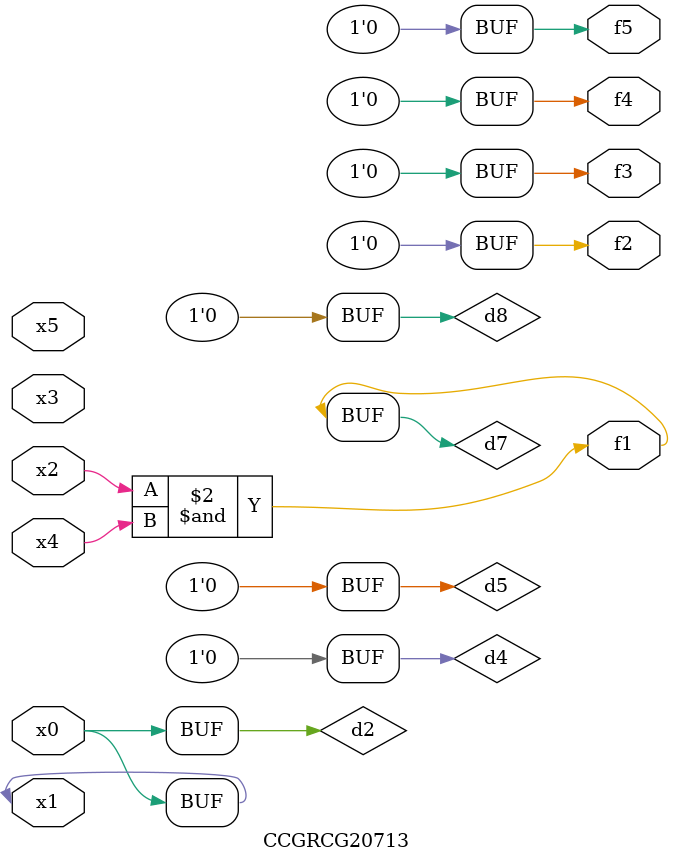
<source format=v>
module CCGRCG20713(
	input x0, x1, x2, x3, x4, x5,
	output f1, f2, f3, f4, f5
);

	wire d1, d2, d3, d4, d5, d6, d7, d8, d9;

	nand (d1, x1);
	buf (d2, x0, x1);
	nand (d3, x2, x4);
	and (d4, d1, d2);
	and (d5, d1, d2);
	nand (d6, d1, d3);
	not (d7, d3);
	xor (d8, d5);
	nor (d9, d5, d6);
	assign f1 = d7;
	assign f2 = d8;
	assign f3 = d8;
	assign f4 = d8;
	assign f5 = d8;
endmodule

</source>
